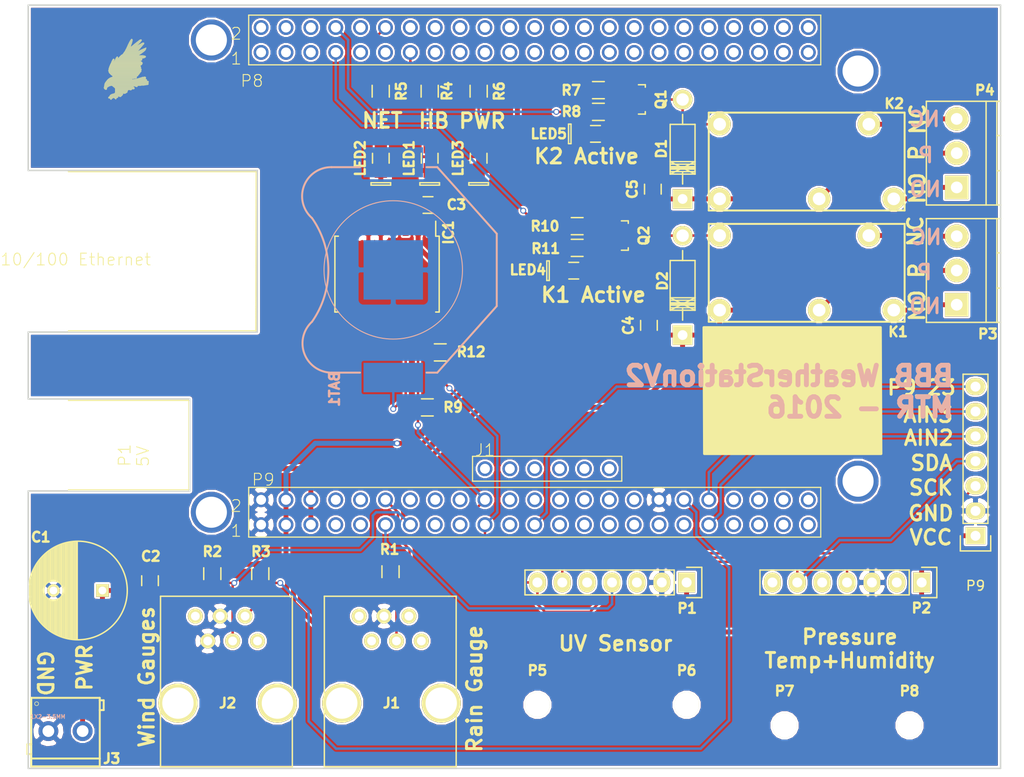
<source format=kicad_pcb>
(kicad_pcb (version 4) (host pcbnew 4.0.2-stable)
  (title_block (title CompressorMonCapeV1))
  (layers (0 Top signal) (31 Bottom signal) (34 B.Paste user) (35 F.Paste user) (36 B.SilkS user) (37 F.SilkS user) (38 B.Mask user) (39 F.Mask user) (44 Edge.Cuts user))
  (net 0 "")
  (net 1 +5V)
  (net 2 GND)
  (net 3 +3V3)
  (net 4 /K1_P)
  (net 5 /K1_NO)
  (net 6 /K1_NC)
  (net 7 /K2_P)
  (net 8 /K2_NO)
  (net 9 /K2_NC)
  (net 10 "Net-(BAT1-Pad1)")
  (net 11 "Net-(LED1-Pad2)")
  (net 12 "Net-(LED2-Pad2)")
  (net 13 "Net-(LED3-Pad2)")
  (net 14 /RELAY1)
  (net 15 /RELAY2)
  (net 16 /NET_LED)
  (net 17 /HB_LED)
  (net 18 /RAIN_SW)
  (net 19 /WIND_SP)
  (net 20 /WIND_DIR)
  (net 21 /UV_Int)
  (net 22 /I2C_SCK)
  (net 23 /I2C_SDA)
  (net 24 "Net-(D1-Pad2)")
  (net 25 "Net-(D2-Pad2)")
  (net 26 "Net-(Q1-Pad1)")
  (net 27 "Net-(Q2-Pad1)")
  (net 28 "Net-(LED5-Pad2)")
  (net 29 "Net-(LED4-Pad2)")
  (net 30 /AIN2)
  (net 31 /AIN3)
  (net 32 /P9_23)
  (module mogar_modules_new:RELAY-TE-1FORMC (layer Top) (at 123.5 87.99 270)
    (fp_text reference K2 (at -5.92 -8.94 360) (layer F.SilkS) (effects (font (thickness 0.25))))
    (fp_text value PB890-ND hide)
    (pad 1 thru_hole circle (at -3.81 8.89 270) (size 2.286 2.286) (drill 1.29794) (layers *.Cu *.Mask F.SilkS) (net 24 "Net-(D1-Pad2)"))
    (pad 2 thru_hole circle (at 3.81 -1.27 270) (size 2.286 2.286) (drill 1.29794) (layers *.Cu *.Mask F.SilkS) (net 7 /K2_P))
    (pad 3 thru_hole circle (at 3.81 -8.89 270) (size 2.286 2.286) (drill 1.29794) (layers *.Cu *.Mask F.SilkS) (net 8 /K2_NO))
    (pad 4 thru_hole circle (at -3.81 -6.35 270) (size 2.286 2.286) (drill 1.29794) (layers *.Cu *.Mask F.SilkS) (net 9 /K2_NC))
    (pad 5 thru_hole circle (at 3.81 8.89 270) (size 2.286 2.286) (drill 1.29794) (layers *.Cu *.Mask F.SilkS) (net 1 +5V))
  )
  (module Resistors_SMD:R_0805 (layer Top) (at 62.8 130.1 90)
    (fp_text reference R2 (at 2.25 0.01 180) (layer F.SilkS) (effects (font (thickness 0.25))))
    (fp_text value 10k)
    (pad 1 smd rect (at -0.95 0 90) (size 0.7 1.3) (layers Top F.Paste F.Mask) (net 19 /WIND_SP))
    (pad 2 smd rect (at 0.95 0 90) (size 0.7 1.3) (layers Top F.Paste F.Mask) (net 3 +3V3))
  )
  (module Resistors_SMD:R_0805 (layer Top) (at 67.7 130.1 90)
    (fp_text reference R3 (at 2.25 0.07 180) (layer F.SilkS) (effects (font (thickness 0.25))))
    (fp_text value 10k)
    (pad 1 smd rect (at -0.95 0 90) (size 0.7 1.3) (layers Top F.Paste F.Mask) (net 20 /WIND_DIR))
    (pad 2 smd rect (at 0.95 0 90) (size 0.7 1.3) (layers Top F.Paste F.Mask) (net 3 +3V3))
  )
  (module Resistors_SMD:R_0805 (layer Top) (at 85 80.8 270)
    (fp_text reference R4 (at -0.01 -1.77 270) (layer F.SilkS) (effects (font (thickness 0.25))))
    (fp_text value 1k)
    (pad 1 smd rect (at -0.95 0 270) (size 0.7 1.3) (layers Top F.Paste F.Mask) (net 17 /HB_LED))
    (pad 2 smd rect (at 0.95 0 270) (size 0.7 1.3) (layers Top F.Paste F.Mask) (net 11 "Net-(LED1-Pad2)"))
  )
  (module Housings_SOIC:SOIC-16_7.5x10.3mm_Pitch1.27mm (layer Top) (at 80.645 99.49 270)
    (fp_text reference IC1 (at -4.2534 -6.2761 270) (layer F.SilkS) (effects (font (thickness 0.25))))
    (fp_text value DS3231/SO)
    (pad 1 smd rect (at -4.65 -4.445 270) (size 1.5 0.6) (layers Top F.Paste F.Mask))
    (pad 2 smd rect (at -4.65 -3.175 270) (size 1.5 0.6) (layers Top F.Paste F.Mask) (net 3 +3V3))
    (pad 3 smd rect (at -4.65 -1.905 270) (size 1.5 0.6) (layers Top F.Paste F.Mask))
    (pad 4 smd rect (at -4.65 -0.635 270) (size 1.5 0.6) (layers Top F.Paste F.Mask))
    (pad 5 smd rect (at -4.65 0.635 270) (size 1.5 0.6) (layers Top F.Paste F.Mask) (net 2 GND))
    (pad 6 smd rect (at -4.65 1.905 270) (size 1.5 0.6) (layers Top F.Paste F.Mask) (net 2 GND))
    (pad 7 smd rect (at -4.65 3.175 270) (size 1.5 0.6) (layers Top F.Paste F.Mask) (net 2 GND))
    (pad 8 smd rect (at -4.65 4.445 270) (size 1.5 0.6) (layers Top F.Paste F.Mask) (net 2 GND))
    (pad 9 smd rect (at 4.65 4.445 270) (size 1.5 0.6) (layers Top F.Paste F.Mask) (net 2 GND))
    (pad 10 smd rect (at 4.65 3.175 270) (size 1.5 0.6) (layers Top F.Paste F.Mask) (net 2 GND))
    (pad 11 smd rect (at 4.65 1.905 270) (size 1.5 0.6) (layers Top F.Paste F.Mask) (net 2 GND))
    (pad 12 smd rect (at 4.65 0.635 270) (size 1.5 0.6) (layers Top F.Paste F.Mask) (net 2 GND))
    (pad 13 smd rect (at 4.65 -0.635 270) (size 1.5 0.6) (layers Top F.Paste F.Mask) (net 2 GND))
    (pad 14 smd rect (at 4.65 -1.905 270) (size 1.5 0.6) (layers Top F.Paste F.Mask) (net 10 "Net-(BAT1-Pad1)"))
    (pad 15 smd rect (at 4.65 -3.175 270) (size 1.5 0.6) (layers Top F.Paste F.Mask) (net 23 /I2C_SDA))
    (pad 16 smd rect (at 4.65 -4.445 270) (size 1.5 0.6) (layers Top F.Paste F.Mask) (net 22 /I2C_SCK))
  )
  (module Resistors_SMD:R_0805 (layer Top) (at 81 129.9 90)
    (fp_text reference R1 (at 2.27 -0.09 180) (layer F.SilkS) (effects (font (thickness 0.25))))
    (fp_text value 2.2k)
    (pad 1 smd rect (at -0.95 0 90) (size 0.7 1.3) (layers Top F.Paste F.Mask) (net 18 /RAIN_SW))
    (pad 2 smd rect (at 0.95 0 90) (size 0.7 1.3) (layers Top F.Paste F.Mask) (net 3 +3V3))
  )
  (module mogar_modules_new:BATTCON_20MM (layer Bottom) (at 81.28 99.06 270)
    (fp_text reference BAT1 (at 12.18 6 270) (layer B.SilkS) (effects (font (thickness 0.25)) (justify mirror)))
    (fp_text value ~ hide)
    (pad 3 smd rect (at -11 0 270) (size 3.06806 6.06806) (layers Bottom B.Paste B.Mask))
    (pad 2 smd rect (at 0 0 270) (size 6.06806 6.06806) (layers Bottom B.Paste B.Mask) (net 2 GND))
    (pad 1 smd rect (at 11 0 270) (size 3 6.06806) (layers Bottom B.Paste B.Mask) (net 10 "Net-(BAT1-Pad1)"))
  )
  (module mogar_modules_new:RELAY-TE-1FORMC (layer Top) (at 123.5 99.36 270)
    (fp_text reference K1 (at 6.03 -9.33 360) (layer F.SilkS) (effects (font (thickness 0.25))))
    (fp_text value PB890-ND hide)
    (pad 1 thru_hole circle (at -3.81 8.89 270) (size 2.286 2.286) (drill 1.29794) (layers *.Cu *.Mask F.SilkS) (net 25 "Net-(D2-Pad2)"))
    (pad 2 thru_hole circle (at 3.81 -1.27 270) (size 2.286 2.286) (drill 1.29794) (layers *.Cu *.Mask F.SilkS) (net 4 /K1_P))
    (pad 3 thru_hole circle (at 3.81 -8.89 270) (size 2.286 2.286) (drill 1.29794) (layers *.Cu *.Mask F.SilkS) (net 5 /K1_NO))
    (pad 4 thru_hole circle (at -3.81 -6.35 270) (size 2.286 2.286) (drill 1.29794) (layers *.Cu *.Mask F.SilkS) (net 6 /K1_NC))
    (pad 5 thru_hole circle (at 3.81 8.89 270) (size 2.286 2.286) (drill 1.29794) (layers *.Cu *.Mask F.SilkS) (net 1 +5V))
  )
  (module Pin_Headers:Pin_Header_Straight_1x07 (layer Top) (at 111.24 131 270)
    (fp_text reference P1 (at 2.65 -0.05 360) (layer F.SilkS) (effects (font (thickness 0.25))))
    (fp_text value CONN_01X07)
    (pad 1 thru_hole rect (at 0 0 270) (size 2.032 1.7272) (drill 1.016) (layers *.Cu *.Mask F.SilkS) (net 3 +3V3))
    (pad 2 thru_hole oval (at 0 2.54 270) (size 2.032 1.7272) (drill 1.016) (layers *.Cu *.Mask F.SilkS) (net 2 GND))
    (pad 3 thru_hole oval (at 0 5.08 270) (size 2.032 1.7272) (drill 1.016) (layers *.Cu *.Mask F.SilkS))
    (pad 4 thru_hole oval (at 0 7.62 270) (size 2.032 1.7272) (drill 1.016) (layers *.Cu *.Mask F.SilkS) (net 21 /UV_Int))
    (pad 5 thru_hole oval (at 0 10.16 270) (size 2.032 1.7272) (drill 1.016) (layers *.Cu *.Mask F.SilkS))
    (pad 6 thru_hole oval (at 0 12.7 270) (size 2.032 1.7272) (drill 1.016) (layers *.Cu *.Mask F.SilkS) (net 22 /I2C_SCK))
    (pad 7 thru_hole oval (at 0 15.24 270) (size 2.032 1.7272) (drill 1.016) (layers *.Cu *.Mask F.SilkS) (net 23 /I2C_SDA))
  )
  (module Pin_Headers:Pin_Header_Straight_1x07 (layer Top) (at 135.24 131 270)
    (fp_text reference P2 (at 2.62 0.02 360) (layer F.SilkS) (effects (font (thickness 0.25))))
    (fp_text value CONN_01X07)
    (pad 1 thru_hole rect (at 0 0 270) (size 2.032 1.7272) (drill 1.016) (layers *.Cu *.Mask F.SilkS) (net 3 +3V3))
    (pad 2 thru_hole oval (at 0 2.54 270) (size 2.032 1.7272) (drill 1.016) (layers *.Cu *.Mask F.SilkS))
    (pad 3 thru_hole oval (at 0 5.08 270) (size 2.032 1.7272) (drill 1.016) (layers *.Cu *.Mask F.SilkS) (net 2 GND))
    (pad 4 thru_hole oval (at 0 7.62 270) (size 2.032 1.7272) (drill 1.016) (layers *.Cu *.Mask F.SilkS) (net 22 /I2C_SCK))
    (pad 5 thru_hole oval (at 0 10.16 270) (size 2.032 1.7272) (drill 1.016) (layers *.Cu *.Mask F.SilkS))
    (pad 6 thru_hole oval (at 0 12.7 270) (size 2.032 1.7272) (drill 1.016) (layers *.Cu *.Mask F.SilkS) (net 23 /I2C_SDA))
    (pad 7 thru_hole oval (at 0 15.24 270) (size 2.032 1.7272) (drill 1.016) (layers *.Cu *.Mask F.SilkS))
  )
  (module Terminal_Blocks:TerminalBlock_Pheonix_PT-3.5mm_3pol (layer Top) (at 138.82 102.62 90)
    (fp_text reference P3 (at -2.99 3.18 180) (layer F.SilkS) (effects (font (thickness 0.25))))
    (fp_text value CONN_01X03)
    (pad 2 thru_hole circle (at 3.5 0 90) (size 2.4 2.4) (drill 1.2) (layers *.Cu *.Mask F.SilkS) (net 4 /K1_P))
    (pad 3 thru_hole circle (at 7 0 90) (size 2.4 2.4) (drill 1.2) (layers *.Cu *.Mask F.SilkS) (net 6 /K1_NC))
    (pad 1 thru_hole rect (at 0 0 90) (size 2.4 2.4) (drill 1.2) (layers *.Cu *.Mask F.SilkS) (net 5 /K1_NO))
  )
  (module Terminal_Blocks:TerminalBlock_Pheonix_PT-3.5mm_3pol (layer Top) (at 138.82 90.63 90)
    (fp_text reference P4 (at 9.93 2.87 180) (layer F.SilkS) (effects (font (thickness 0.25))))
    (fp_text value CONN_01X03)
    (pad 2 thru_hole circle (at 3.5 0 90) (size 2.4 2.4) (drill 1.2) (layers *.Cu *.Mask F.SilkS) (net 7 /K2_P))
    (pad 3 thru_hole circle (at 7 0 90) (size 2.4 2.4) (drill 1.2) (layers *.Cu *.Mask F.SilkS) (net 9 /K2_NC))
    (pad 1 thru_hole rect (at 0 0 90) (size 2.4 2.4) (drill 1.2) (layers *.Cu *.Mask F.SilkS) (net 8 /K2_NO))
  )
  (module Capacitors_ThroughHole:C_Radial_D10_L16_P5 (layer Top) (at 51.58 131.82 180)
    (fp_text reference C1 (at 6.29 5.45 180) (layer F.SilkS) (effects (font (thickness 0.25))))
    (fp_text value 470u)
    (pad 1 thru_hole rect (at 0 0 180) (size 1.3 1.3) (drill 0.8) (layers *.Cu *.Mask F.SilkS) (net 1 +5V))
    (pad 2 thru_hole circle (at 5 0 180) (size 1.3 1.3) (drill 0.8) (layers *.Cu *.Mask F.SilkS) (net 2 GND))
  )
  (module Capacitors_SMD:C_0805 (layer Top) (at 84.83 92.43)
    (fp_text reference C3 (at 2.9 -0.03) (layer F.SilkS) (effects (font (thickness 0.25))))
    (fp_text value 1u)
    (pad 1 smd rect (at -1 0) (size 1 1.25) (layers Top F.Paste F.Mask) (net 3 +3V3))
    (pad 2 smd rect (at 1 0) (size 1 1.25) (layers Top F.Paste F.Mask) (net 2 GND))
  )
  (module Capacitors_SMD:C_0805 (layer Top) (at 107.39 104.73 90)
    (fp_text reference C4 (at 0 -2.1 90) (layer F.SilkS) (effects (font (thickness 0.25))))
    (fp_text value 1u)
    (pad 1 smd rect (at -1 0 90) (size 1 1.25) (layers Top F.Paste F.Mask) (net 1 +5V))
    (pad 2 smd rect (at 1 0 90) (size 1 1.25) (layers Top F.Paste F.Mask) (net 2 GND))
  )
  (module Capacitors_SMD:C_0805 (layer Top) (at 107.79 90.81 90)
    (fp_text reference C5 (at 0 -2.1 90) (layer F.SilkS) (effects (font (thickness 0.25))))
    (fp_text value 1u)
    (pad 1 smd rect (at -1 0 90) (size 1 1.25) (layers Top F.Paste F.Mask) (net 1 +5V))
    (pad 2 smd rect (at 1 0 90) (size 1 1.25) (layers Top F.Paste F.Mask) (net 2 GND))
  )
  (module Diodes_ThroughHole:Diode_DO-41_SOD81_Horizontal_RM10 (layer Top) (at 110.83 91.81 90)
    (fp_text reference D1 (at 5.13 -2.17 90) (layer F.SilkS) (effects (font (thickness 0.25))))
    (fp_text value 1N4004)
    (pad 2 thru_hole circle (at 10.16 -0.00254 270) (size 1.99898 1.99898) (drill 1.27) (layers *.Cu *.Mask F.SilkS) (net 24 "Net-(D1-Pad2)"))
    (pad 1 thru_hole rect (at 0 -0.00254 270) (size 1.99898 1.99898) (drill 1.00076) (layers *.Cu *.Mask F.SilkS) (net 1 +5V))
  )
  (module Diodes_ThroughHole:Diode_DO-41_SOD81_Horizontal_RM10 (layer Top) (at 110.83 105.72 90)
    (fp_text reference D2 (at 5.53 -2.06 90) (layer F.SilkS) (effects (font (thickness 0.25))))
    (fp_text value 1n4004)
    (pad 2 thru_hole circle (at 10.16 -0.00254 270) (size 1.99898 1.99898) (drill 1.27) (layers *.Cu *.Mask F.SilkS) (net 25 "Net-(D2-Pad2)"))
    (pad 1 thru_hole rect (at 0 -0.00254 270) (size 1.99898 1.99898) (drill 1.00076) (layers *.Cu *.Mask F.SilkS) (net 1 +5V))
  )
  (module SparkFun:SparkFun-SCREWTERMINAL-3.5MM-2 (layer Top) (at 46.06 146.19)
    (fp_text reference J3 (at 6.47 2.81) (layer F.SilkS) (effects (font (thickness 0.25))))
    (fp_text value 1X2-3.5MM (at -0.0508 -1.4732) (layer B.SilkS) (effects (font (size 0.4064 0.4064) (thickness 0.0889))))
    (pad 2 thru_hole circle (at 3.49758 0) (size 2.032 2.032) (drill 1.19888) (layers *.Cu *.Mask F.Paste) (net 1 +5V))
    (pad 1 thru_hole circle (at 0 0) (size 2.032 2.032) (drill 1.19888) (layers *.Cu *.Mask F.Paste) (net 2 GND))
  )
  (module TO_SOT_Packages_SMD:SOT-23 (layer Top) (at 106.37 81.64 270)
    (fp_text reference Q1 (at 0 -2.25 270) (layer F.SilkS) (effects (font (thickness 0.25))))
    (fp_text value MMBT3904)
    (pad 1 smd rect (at -0.95 1.00076 270) (size 0.8001 0.8001) (layers Top F.Paste F.Mask) (net 26 "Net-(Q1-Pad1)"))
    (pad 2 smd rect (at 0.95 1.00076 270) (size 0.8001 0.8001) (layers Top F.Paste F.Mask) (net 2 GND))
    (pad 3 smd rect (at 0 -0.99822 270) (size 0.8001 0.8001) (layers Top F.Paste F.Mask) (net 24 "Net-(D1-Pad2)"))
  )
  (module TO_SOT_Packages_SMD:SOT-23 (layer Top) (at 104.63 95.55 270)
    (fp_text reference Q2 (at 0 -2.25 270) (layer F.SilkS) (effects (font (thickness 0.25))))
    (fp_text value MMBT3904)
    (pad 1 smd rect (at -0.95 1.00076 270) (size 0.8001 0.8001) (layers Top F.Paste F.Mask) (net 27 "Net-(Q2-Pad1)"))
    (pad 2 smd rect (at 0.95 1.00076 270) (size 0.8001 0.8001) (layers Top F.Paste F.Mask) (net 2 GND))
    (pad 3 smd rect (at 0 -0.99822 270) (size 0.8001 0.8001) (layers Top F.Paste F.Mask) (net 25 "Net-(D2-Pad2)"))
  )
  (module Resistors_SMD:R_0805 (layer Top) (at 80 80.8 270)
    (fp_text reference R5 (at 0 -2.1 270) (layer F.SilkS) (effects (font (thickness 0.25))))
    (fp_text value 1k)
    (pad 1 smd rect (at -0.95 0 270) (size 0.7 1.3) (layers Top F.Paste F.Mask) (net 16 /NET_LED))
    (pad 2 smd rect (at 0.95 0 270) (size 0.7 1.3) (layers Top F.Paste F.Mask) (net 12 "Net-(LED2-Pad2)"))
  )
  (module Resistors_SMD:R_0805 (layer Top) (at 90 80.8 270)
    (fp_text reference R6 (at 0 -2.1 270) (layer F.SilkS) (effects (font (thickness 0.25))))
    (fp_text value 1k)
    (pad 1 smd rect (at -0.95 0 270) (size 0.7 1.3) (layers Top F.Paste F.Mask) (net 1 +5V))
    (pad 2 smd rect (at 0.95 0 270) (size 0.7 1.3) (layers Top F.Paste F.Mask) (net 13 "Net-(LED3-Pad2)"))
  )
  (module Resistors_SMD:R_0805 (layer Top) (at 102.23 80.69)
    (fp_text reference R7 (at -2.78 0.02) (layer F.SilkS) (effects (font (thickness 0.25))))
    (fp_text value 1k)
    (pad 1 smd rect (at -0.95 0) (size 0.7 1.3) (layers Top F.Paste F.Mask) (net 15 /RELAY2))
    (pad 2 smd rect (at 0.95 0) (size 0.7 1.3) (layers Top F.Paste F.Mask) (net 26 "Net-(Q1-Pad1)"))
  )
  (module Resistors_SMD:R_0805 (layer Top) (at 102.23 82.91)
    (fp_text reference R8 (at -2.76 -0.02) (layer F.SilkS) (effects (font (thickness 0.25))))
    (fp_text value 1k)
    (pad 1 smd rect (at -0.95 0) (size 0.7 1.3) (layers Top F.Paste F.Mask) (net 15 /RELAY2))
    (pad 2 smd rect (at 0.95 0) (size 0.7 1.3) (layers Top F.Paste F.Mask) (net 28 "Net-(LED5-Pad2)"))
  )
  (module Resistors_SMD:R_0805 (layer Top) (at 84.76 113.11)
    (fp_text reference R9 (at 2.63 -0.01) (layer F.SilkS) (effects (font (thickness 0.25))))
    (fp_text value 2.2k)
    (pad 1 smd rect (at -0.95 0) (size 0.7 1.3) (layers Top F.Paste F.Mask) (net 23 /I2C_SDA))
    (pad 2 smd rect (at 0.95 0) (size 0.7 1.3) (layers Top F.Paste F.Mask) (net 3 +3V3))
  )
  (module Resistors_SMD:R_0805 (layer Top) (at 100.06 94.59)
    (fp_text reference R10 (at -3.29 0.01) (layer F.SilkS) (effects (font (thickness 0.25))))
    (fp_text value 1k)
    (pad 1 smd rect (at -0.95 0) (size 0.7 1.3) (layers Top F.Paste F.Mask) (net 14 /RELAY1))
    (pad 2 smd rect (at 0.95 0) (size 0.7 1.3) (layers Top F.Paste F.Mask) (net 27 "Net-(Q2-Pad1)"))
  )
  (module Resistors_SMD:R_0805 (layer Top) (at 100.06 96.81)
    (fp_text reference R11 (at -3.21 0.08) (layer F.SilkS) (effects (font (thickness 0.25))))
    (fp_text value 1k)
    (pad 1 smd rect (at -0.95 0) (size 0.7 1.3) (layers Top F.Paste F.Mask) (net 14 /RELAY1))
    (pad 2 smd rect (at 0.95 0) (size 0.7 1.3) (layers Top F.Paste F.Mask) (net 29 "Net-(LED4-Pad2)"))
  )
  (module Resistors_SMD:R_0805 (layer Top) (at 86.08 107.49)
    (fp_text reference R12 (at 3.15 -0.05) (layer F.SilkS) (effects (font (thickness 0.25))))
    (fp_text value 2.2k)
    (pad 1 smd rect (at -0.95 0) (size 0.7 1.3) (layers Top F.Paste F.Mask) (net 22 /I2C_SCK))
    (pad 2 smd rect (at 0.95 0) (size 0.7 1.3) (layers Top F.Paste F.Mask) (net 3 +3V3))
  )
  (module Mounting_Holes:MountingHole_2.5mm (layer Top) (at 96 143.5)
    (fp_text reference P5 (at 0 -3.5) (layer F.SilkS) (effects (font (thickness 0.25))))
    (fp_text value CONN_01X01)
    (pad 1 np_thru_hole circle (at 0 0) (size 2.5 2.5) (drill 2.5) (layers *.Cu *.Mask F.SilkS))
  )
  (module Mounting_Holes:MountingHole_2.5mm (layer Top) (at 111.24 143.5)
    (fp_text reference P6 (at 0 -3.5) (layer F.SilkS) (effects (font (thickness 0.25))))
    (fp_text value CONN_01X01)
    (pad 1 np_thru_hole circle (at 0 0) (size 2.5 2.5) (drill 2.5) (layers *.Cu *.Mask F.SilkS))
  )
  (module Mounting_Holes:MountingHole_2.5mm (layer Top) (at 121.24 145.6)
    (fp_text reference P7 (at 0 -3.5) (layer F.SilkS) (effects (font (thickness 0.25))))
    (fp_text value CONN_01X01)
    (pad 1 np_thru_hole circle (at 0 0) (size 2.5 2.5) (drill 2.5) (layers *.Cu *.Mask F.SilkS))
  )
  (module Mounting_Holes:MountingHole_2.5mm (layer Top) (at 134 145.6)
    (fp_text reference P8 (at 0 -3.5) (layer F.SilkS) (effects (font (thickness 0.25))))
    (fp_text value CONN_01X01)
    (pad 1 np_thru_hole circle (at 0 0) (size 2.5 2.5) (drill 2.5) (layers *.Cu *.Mask F.SilkS))
  )
  (module Capacitors_SMD:C_0805 (layer Top) (at 56.44 130.82 90)
    (fp_text reference C2 (at 2.49 0.08 180) (layer F.SilkS) (effects (font (thickness 0.25))))
    (fp_text value 10u)
    (pad 1 smd rect (at -1 0 90) (size 1 1.25) (layers Top F.Paste F.Mask) (net 1 +5V))
    (pad 2 smd rect (at 1 0 90) (size 1 1.25) (layers Top F.Paste F.Mask) (net 2 GND))
  )
  (module mogar_modules_new:0805P-HandSoldering (layer Top) (at 85 87.65 90)
    (fp_text reference LED1 (at 0 -2.1 90) (layer F.SilkS) (effects (font (thickness 0.25))))
    (fp_text value LED)
    (pad 1 smd rect (at -1.25 0 90) (size 1.5 1.25) (layers Top F.Paste F.Mask) (net 2 GND))
    (pad 2 smd rect (at 1.25 0 90) (size 1.5 1.25) (layers Top F.Paste F.Mask) (net 11 "Net-(LED1-Pad2)"))
  )
  (module mogar_modules_new:0805P-HandSoldering (layer Top) (at 80.01 87.65 90)
    (fp_text reference LED2 (at 0 -2.1 90) (layer F.SilkS) (effects (font (thickness 0.25))))
    (fp_text value LED)
    (pad 1 smd rect (at -1.25 0 90) (size 1.5 1.25) (layers Top F.Paste F.Mask) (net 2 GND))
    (pad 2 smd rect (at 1.25 0 90) (size 1.5 1.25) (layers Top F.Paste F.Mask) (net 12 "Net-(LED2-Pad2)"))
  )
  (module mogar_modules_new:0805P-HandSoldering (layer Top) (at 90 87.65 90)
    (fp_text reference LED3 (at 0 -2.1 90) (layer F.SilkS) (effects (font (thickness 0.25))))
    (fp_text value LED)
    (pad 1 smd rect (at -1.25 0 90) (size 1.5 1.25) (layers Top F.Paste F.Mask) (net 2 GND))
    (pad 2 smd rect (at 1.25 0 90) (size 1.5 1.25) (layers Top F.Paste F.Mask) (net 13 "Net-(LED3-Pad2)"))
  )
  (module mogar_modules_new:0805P-HandSoldering (layer Top) (at 99.71 99.14)
    (fp_text reference LED4 (at -4.69 -0.08) (layer F.SilkS) (effects (font (thickness 0.25))))
    (fp_text value LED)
    (pad 1 smd rect (at -1.25 0) (size 1.5 1.25) (layers Top F.Paste F.Mask) (net 2 GND))
    (pad 2 smd rect (at 1.25 0) (size 1.5 1.25) (layers Top F.Paste F.Mask) (net 29 "Net-(LED4-Pad2)"))
  )
  (module mogar_modules_new:0805P-HandSoldering (layer Top) (at 101.93 85.16)
    (fp_text reference LED5 (at -4.77 0) (layer F.SilkS) (effects (font (thickness 0.25))))
    (fp_text value LED)
    (pad 1 smd rect (at -1.25 0) (size 1.5 1.25) (layers Top F.Paste F.Mask) (net 2 GND))
    (pad 2 smd rect (at 1.25 0) (size 1.5 1.25) (layers Top F.Paste F.Mask) (net 28 "Net-(LED5-Pad2)"))
  )
  (module mogar_modules_new:RJ12-A-2014-1-4-R (layer Top) (at 81.1 143.33)
    (fp_text reference J1 (at 0 0) (layer F.SilkS) (effects (font (thickness 0.25))))
    (fp_text value A-2014-1-4-R)
    (pad 4 thru_hole circle (at 0.508 -6.35) (size 1.524 1.524) (drill 0.9) (layers *.Cu *.Mask F.SilkS) (net 18 /RAIN_SW))
    (pad 2 thru_hole circle (at -2.032 -6.35) (size 1.524 1.524) (drill 0.9) (layers *.Cu *.Mask F.SilkS))
    (pad 6 thru_hole circle (at 3.048 -6.35) (size 1.524 1.524) (drill 0.9) (layers *.Cu *.Mask F.SilkS))
    (pad 1 thru_hole circle (at -3.302 -8.89) (size 1.524 1.524) (drill 0.9) (layers *.Cu *.Mask F.SilkS))
    (pad 3 thru_hole circle (at -0.762 -8.89) (size 1.524 1.524) (drill 0.9) (layers *.Cu *.Mask F.SilkS) (net 2 GND))
    (pad 5 thru_hole circle (at 1.778 -8.89) (size 1.524 1.524) (drill 0.9) (layers *.Cu *.Mask F.SilkS))
    (pad 8 thru_hole circle (at 5.08 0) (size 4 4) (drill 3.2) (layers *.Cu *.Mask F.SilkS))
    (pad 7 thru_hole circle (at -5.08 0) (size 4 4) (drill 3.2) (layers *.Cu *.Mask F.SilkS))
  )
  (module mogar_modules_new:RJ12-A-2014-1-4-R (layer Top) (at 64.37 143.33)
    (fp_text reference J2 (at 0 0) (layer F.SilkS) (effects (font (thickness 0.25))))
    (fp_text value A-2014-1-4-R)
    (pad 4 thru_hole circle (at 0.508 -6.35) (size 1.524 1.524) (drill 0.9) (layers *.Cu *.Mask F.SilkS) (net 19 /WIND_SP))
    (pad 2 thru_hole circle (at -2.032 -6.35) (size 1.524 1.524) (drill 0.9) (layers *.Cu *.Mask F.SilkS) (net 2 GND))
    (pad 6 thru_hole circle (at 3.048 -6.35) (size 1.524 1.524) (drill 0.9) (layers *.Cu *.Mask F.SilkS))
    (pad 1 thru_hole circle (at -3.302 -8.89) (size 1.524 1.524) (drill 0.9) (layers *.Cu *.Mask F.SilkS))
    (pad 3 thru_hole circle (at -0.762 -8.89) (size 1.524 1.524) (drill 0.9) (layers *.Cu *.Mask F.SilkS) (net 2 GND))
    (pad 5 thru_hole circle (at 1.778 -8.89) (size 1.524 1.524) (drill 0.9) (layers *.Cu *.Mask F.SilkS) (net 20 /WIND_DIR))
    (pad 8 thru_hole circle (at 5.08 0) (size 4 4) (drill 3.2) (layers *.Cu *.Mask F.SilkS))
    (pad 7 thru_hole circle (at -5.08 0) (size 4 4) (drill 3.2) (layers *.Cu *.Mask F.SilkS))
  )
  (module mogar_modules_new:BEAGLEBONE_BLACK (layer Top) (at 48.1 127)
    (fp_text reference PCB1 hide)
    (fp_text value E14_BEAGLEBONEBLACK_REVA_BEAGLEBONE_BLACK hide)
    (fp_text user P9 (at 19.9 -6.5) (layer F.SilkS) (effects (font (size 1.2065 1.2065) (thickness 0.1016))))
    (fp_text user P8 (at 18.75 -47.25) (layer F.SilkS) (effects (font (size 1.2065 1.2065) (thickness 0.1016))))
    (fp_text user J1 (at 42.545 -9.525) (layer F.SilkS) (effects (font (size 1.2065 1.2065) (thickness 0.1016))))
    (fp_text user 1 (at 17.145 -1.27) (layer F.SilkS) (effects (font (size 1.2065 1.2065) (thickness 0.1016))))
    (fp_text user 2 (at 17.145 -3.81) (layer F.SilkS) (effects (font (size 1.2065 1.2065) (thickness 0.1016))))
    (fp_text user 2 (at 17.145 -52.07) (layer F.SilkS) (effects (font (size 1.2065 1.2065) (thickness 0.1016))))
    (fp_text user 1 (at 17.145 -49.53) (layer F.SilkS) (effects (font (size 1.2065 1.2065) (thickness 0.1016))))
    (fp_text user "10/100 Ethernet" (at 0.75 -29 180) (layer F.SilkS) (effects (font (size 1.2065 1.2065) (thickness 0.1016))))
    (fp_text user P1 (at 5.75 -9 90) (layer F.SilkS) (effects (font (size 1.2065 1.2065) (thickness 0.1016))))
    (fp_text user 5V (at 7.62 -8.89 90) (layer F.SilkS) (effects (font (size 1.2065 1.2065) (thickness 0.1016))))
    (pad 8_1 thru_hole circle (at 19.685 -50.165) (size 1.524 1.524) (drill 1.016) (layers *.Cu *.Mask))
    (pad 8_2 thru_hole circle (at 19.685 -52.705) (size 1.524 1.524) (drill 1.016) (layers *.Cu *.Mask))
    (pad 8_3 thru_hole circle (at 22.225 -50.165) (size 1.524 1.524) (drill 1.016) (layers *.Cu *.Mask))
    (pad 8_4 thru_hole circle (at 22.225 -52.705) (size 1.524 1.524) (drill 1.016) (layers *.Cu *.Mask))
    (pad 8_5 thru_hole circle (at 24.765 -50.165) (size 1.524 1.524) (drill 1.016) (layers *.Cu *.Mask))
    (pad 8_6 thru_hole circle (at 24.765 -52.705) (size 1.524 1.524) (drill 1.016) (layers *.Cu *.Mask))
    (pad 8_7 thru_hole circle (at 27.305 -50.165) (size 1.524 1.524) (drill 1.016) (layers *.Cu *.Mask) (net 14 /RELAY1))
    (pad 8_8 thru_hole circle (at 27.305 -52.705) (size 1.524 1.524) (drill 1.016) (layers *.Cu *.Mask) (net 15 /RELAY2))
    (pad 8_9 thru_hole circle (at 29.845 -50.165) (size 1.524 1.524) (drill 1.016) (layers *.Cu *.Mask))
    (pad 8_10 thru_hole circle (at 29.845 -52.705) (size 1.524 1.524) (drill 1.016) (layers *.Cu *.Mask))
    (pad 8_11 thru_hole circle (at 32.385 -50.165) (size 1.524 1.524) (drill 1.016) (layers *.Cu *.Mask))
    (pad 8_12 thru_hole circle (at 32.385 -52.705) (size 1.524 1.524) (drill 1.016) (layers *.Cu *.Mask) (net 16 /NET_LED))
    (pad 8_13 thru_hole circle (at 34.925 -50.165) (size 1.524 1.524) (drill 1.016) (layers *.Cu *.Mask) (net 17 /HB_LED))
    (pad 8_14 thru_hole circle (at 34.925 -52.705) (size 1.524 1.524) (drill 1.016) (layers *.Cu *.Mask))
    (pad 8_15 thru_hole circle (at 37.465 -50.165) (size 1.524 1.524) (drill 1.016) (layers *.Cu *.Mask))
    (pad 8_16 thru_hole circle (at 37.465 -52.705) (size 1.524 1.524) (drill 1.016) (layers *.Cu *.Mask))
    (pad 8_17 thru_hole circle (at 40.005 -50.165) (size 1.524 1.524) (drill 1.016) (layers *.Cu *.Mask))
    (pad 8_18 thru_hole circle (at 40.005 -52.705) (size 1.524 1.524) (drill 1.016) (layers *.Cu *.Mask))
    (pad 8_19 thru_hole circle (at 42.545 -50.165) (size 1.524 1.524) (drill 1.016) (layers *.Cu *.Mask))
    (pad 8_20 thru_hole circle (at 42.545 -52.705) (size 1.524 1.524) (drill 1.016) (layers *.Cu *.Mask))
    (pad 8_21 thru_hole circle (at 45.085 -50.165) (size 1.524 1.524) (drill 1.016) (layers *.Cu *.Mask))
    (pad 8_22 thru_hole circle (at 45.085 -52.705) (size 1.524 1.524) (drill 1.016) (layers *.Cu *.Mask))
    (pad 8_23 thru_hole circle (at 47.625 -50.165) (size 1.524 1.524) (drill 1.016) (layers *.Cu *.Mask))
    (pad 8_24 thru_hole circle (at 47.625 -52.705) (size 1.524 1.524) (drill 1.016) (layers *.Cu *.Mask))
    (pad 8_25 thru_hole circle (at 50.165 -50.165) (size 1.524 1.524) (drill 1.016) (layers *.Cu *.Mask))
    (pad 8_26 thru_hole circle (at 50.165 -52.705) (size 1.524 1.524) (drill 1.016) (layers *.Cu *.Mask))
    (pad 8_27 thru_hole circle (at 52.705 -50.165) (size 1.524 1.524) (drill 1.016) (layers *.Cu *.Mask))
    (pad 8_28 thru_hole circle (at 52.705 -52.705) (size 1.524 1.524) (drill 1.016) (layers *.Cu *.Mask))
    (pad 8_29 thru_hole circle (at 55.245 -50.165) (size 1.524 1.524) (drill 1.016) (layers *.Cu *.Mask))
    (pad 8_30 thru_hole circle (at 55.245 -52.705) (size 1.524 1.524) (drill 1.016) (layers *.Cu *.Mask))
    (pad 8_31 thru_hole circle (at 57.785 -50.165) (size 1.524 1.524) (drill 1.016) (layers *.Cu *.Mask))
    (pad 8_32 thru_hole circle (at 57.785 -52.705) (size 1.524 1.524) (drill 1.016) (layers *.Cu *.Mask))
    (pad 8_33 thru_hole circle (at 60.325 -50.165) (size 1.524 1.524) (drill 1.016) (layers *.Cu *.Mask))
    (pad 8_34 thru_hole circle (at 60.325 -52.705) (size 1.524 1.524) (drill 1.016) (layers *.Cu *.Mask))
    (pad 8_35 thru_hole circle (at 62.865 -50.165) (size 1.524 1.524) (drill 1.016) (layers *.Cu *.Mask))
    (pad 8_36 thru_hole circle (at 62.865 -52.705) (size 1.524 1.524) (drill 1.016) (layers *.Cu *.Mask))
    (pad 8_37 thru_hole circle (at 65.405 -50.165) (size 1.524 1.524) (drill 1.016) (layers *.Cu *.Mask))
    (pad 8_38 thru_hole circle (at 65.405 -52.705) (size 1.524 1.524) (drill 1.016) (layers *.Cu *.Mask))
    (pad 8_39 thru_hole circle (at 67.945 -50.165) (size 1.524 1.524) (drill 1.016) (layers *.Cu *.Mask))
    (pad 8_40 thru_hole circle (at 67.945 -52.705) (size 1.524 1.524) (drill 1.016) (layers *.Cu *.Mask))
    (pad 8_41 thru_hole circle (at 70.485 -50.165) (size 1.524 1.524) (drill 1.016) (layers *.Cu *.Mask))
    (pad 8_42 thru_hole circle (at 70.485 -52.705) (size 1.524 1.524) (drill 1.016) (layers *.Cu *.Mask))
    (pad 8_43 thru_hole circle (at 73.025 -50.165) (size 1.524 1.524) (drill 1.016) (layers *.Cu *.Mask))
    (pad 8_44 thru_hole circle (at 73.025 -52.705) (size 1.524 1.524) (drill 1.016) (layers *.Cu *.Mask))
    (pad 8_45 thru_hole circle (at 75.565 -50.165) (size 1.524 1.524) (drill 1.016) (layers *.Cu *.Mask))
    (pad 8_46 thru_hole circle (at 75.565 -52.705) (size 1.524 1.524) (drill 1.016) (layers *.Cu *.Mask))
    (pad 9_1 thru_hole circle (at 19.685 -1.905) (size 1.524 1.524) (drill 1.016) (layers *.Cu *.Mask) (net 2 GND))
    (pad 9_2 thru_hole circle (at 19.685 -4.445) (size 1.524 1.524) (drill 1.016) (layers *.Cu *.Mask) (net 2 GND))
    (pad 9_3 thru_hole circle (at 22.225 -1.905) (size 1.524 1.524) (drill 1.016) (layers *.Cu *.Mask) (net 3 +3V3))
    (pad 9_4 thru_hole circle (at 22.225 -4.445) (size 1.524 1.524) (drill 1.016) (layers *.Cu *.Mask) (net 3 +3V3))
    (pad 9_5 thru_hole circle (at 24.765 -1.905) (size 1.524 1.524) (drill 1.016) (layers *.Cu *.Mask) (net 1 +5V))
    (pad 9_6 thru_hole circle (at 24.765 -4.445) (size 1.524 1.524) (drill 1.016) (layers *.Cu *.Mask) (net 1 +5V))
    (pad 9_7 thru_hole circle (at 27.305 -1.905) (size 1.524 1.524) (drill 1.016) (layers *.Cu *.Mask))
    (pad 9_8 thru_hole circle (at 27.305 -4.445) (size 1.524 1.524) (drill 1.016) (layers *.Cu *.Mask))
    (pad 9_9 thru_hole circle (at 29.845 -1.905) (size 1.524 1.524) (drill 1.016) (layers *.Cu *.Mask))
    (pad 9_10 thru_hole circle (at 29.845 -4.445) (size 1.524 1.524) (drill 1.016) (layers *.Cu *.Mask))
    (pad 9_11 thru_hole circle (at 32.385 -1.905) (size 1.524 1.524) (drill 1.016) (layers *.Cu *.Mask) (net 21 /UV_Int))
    (pad 9_12 thru_hole circle (at 32.385 -4.445) (size 1.524 1.524) (drill 1.016) (layers *.Cu *.Mask) (net 18 /RAIN_SW))
    (pad 9_13 thru_hole circle (at 34.925 -1.905) (size 1.524 1.524) (drill 1.016) (layers *.Cu *.Mask) (net 19 /WIND_SP))
    (pad 9_14 thru_hole circle (at 34.925 -4.445) (size 1.524 1.524) (drill 1.016) (layers *.Cu *.Mask))
    (pad 9_15 thru_hole circle (at 37.465 -1.905) (size 1.524 1.524) (drill 1.016) (layers *.Cu *.Mask))
    (pad 9_16 thru_hole circle (at 37.465 -4.445) (size 1.524 1.524) (drill 1.016) (layers *.Cu *.Mask))
    (pad 9_17 thru_hole circle (at 40.005 -1.905) (size 1.524 1.524) (drill 1.016) (layers *.Cu *.Mask))
    (pad 9_18 thru_hole circle (at 40.005 -4.445) (size 1.524 1.524) (drill 1.016) (layers *.Cu *.Mask))
    (pad 9_19 thru_hole circle (at 42.545 -1.905) (size 1.524 1.524) (drill 1.016) (layers *.Cu *.Mask) (net 22 /I2C_SCK))
    (pad 9_20 thru_hole circle (at 42.545 -4.445) (size 1.524 1.524) (drill 1.016) (layers *.Cu *.Mask) (net 23 /I2C_SDA))
    (pad 9_21 thru_hole circle (at 45.085 -1.905) (size 1.524 1.524) (drill 1.016) (layers *.Cu *.Mask))
    (pad 9_22 thru_hole circle (at 45.085 -4.445) (size 1.524 1.524) (drill 1.016) (layers *.Cu *.Mask))
    (pad 9_23 thru_hole circle (at 47.625 -1.905) (size 1.524 1.524) (drill 1.016) (layers *.Cu *.Mask) (net 32 /P9_23))
    (pad 9_24 thru_hole circle (at 47.625 -4.445) (size 1.524 1.524) (drill 1.016) (layers *.Cu *.Mask))
    (pad 9_25 thru_hole circle (at 50.165 -1.905) (size 1.524 1.524) (drill 1.016) (layers *.Cu *.Mask))
    (pad 9_26 thru_hole circle (at 50.165 -4.445) (size 1.524 1.524) (drill 1.016) (layers *.Cu *.Mask))
    (pad 9_27 thru_hole circle (at 52.705 -1.905) (size 1.524 1.524) (drill 1.016) (layers *.Cu *.Mask))
    (pad 9_28 thru_hole circle (at 52.705 -4.445) (size 1.524 1.524) (drill 1.016) (layers *.Cu *.Mask))
    (pad 9_29 thru_hole circle (at 55.245 -1.905) (size 1.524 1.524) (drill 1.016) (layers *.Cu *.Mask))
    (pad 9_30 thru_hole circle (at 55.245 -4.445) (size 1.524 1.524) (drill 1.016) (layers *.Cu *.Mask))
    (pad 9_31 thru_hole circle (at 57.785 -1.905) (size 1.524 1.524) (drill 1.016) (layers *.Cu *.Mask))
    (pad 9_32 thru_hole circle (at 57.785 -4.445) (size 1.524 1.524) (drill 1.016) (layers *.Cu *.Mask))
    (pad 9_33 thru_hole circle (at 60.325 -1.905) (size 1.524 1.524) (drill 1.016) (layers *.Cu *.Mask))
    (pad 9_34 thru_hole circle (at 60.325 -4.445) (size 1.524 1.524) (drill 1.016) (layers *.Cu *.Mask) (net 2 GND))
    (pad 9_35 thru_hole circle (at 62.865 -1.905) (size 1.524 1.524) (drill 1.016) (layers *.Cu *.Mask))
    (pad 9_36 thru_hole circle (at 62.865 -4.445) (size 1.524 1.524) (drill 1.016) (layers *.Cu *.Mask) (net 20 /WIND_DIR))
    (pad 9_37 thru_hole circle (at 65.405 -1.905) (size 1.524 1.524) (drill 1.016) (layers *.Cu *.Mask) (net 30 /AIN2))
    (pad 9_38 thru_hole circle (at 65.405 -4.445) (size 1.524 1.524) (drill 1.016) (layers *.Cu *.Mask) (net 31 /AIN3))
    (pad 9_39 thru_hole circle (at 67.945 -1.905) (size 1.524 1.524) (drill 1.016) (layers *.Cu *.Mask))
    (pad 9_40 thru_hole circle (at 67.945 -4.445) (size 1.524 1.524) (drill 1.016) (layers *.Cu *.Mask))
    (pad 9_41 thru_hole circle (at 70.485 -1.905) (size 1.524 1.524) (drill 1.016) (layers *.Cu *.Mask))
    (pad 9_42 thru_hole circle (at 70.485 -4.445) (size 1.524 1.524) (drill 1.016) (layers *.Cu *.Mask))
    (pad 9_43 thru_hole circle (at 73.025 -1.905) (size 1.524 1.524) (drill 1.016) (layers *.Cu *.Mask))
    (pad 9_44 thru_hole circle (at 73.025 -4.445) (size 1.524 1.524) (drill 1.016) (layers *.Cu *.Mask))
    (pad 9_45 thru_hole circle (at 75.565 -1.905) (size 1.524 1.524) (drill 1.016) (layers *.Cu *.Mask))
    (pad 9_46 thru_hole circle (at 75.565 -4.445) (size 1.524 1.524) (drill 1.016) (layers *.Cu *.Mask))
    (pad J1.1 thru_hole circle (at 42.545 -7.62) (size 1.524 1.524) (drill 1.016) (layers *.Cu *.Mask))
    (pad J1.2 thru_hole circle (at 45.085 -7.62) (size 1.524 1.524) (drill 1.016) (layers *.Cu *.Mask))
    (pad J1.3 thru_hole circle (at 47.625 -7.62) (size 1.524 1.524) (drill 1.016) (layers *.Cu *.Mask))
    (pad J1.4 thru_hole circle (at 50.165 -7.62) (size 1.524 1.524) (drill 1.016) (layers *.Cu *.Mask))
    (pad J1.5 thru_hole circle (at 52.705 -7.62) (size 1.524 1.524) (drill 1.016) (layers *.Cu *.Mask))
    (pad J1.6 thru_hole circle (at 55.245 -7.62) (size 1.524 1.524) (drill 1.016) (layers *.Cu *.Mask))
    (pad H1 thru_hole circle (at 14.605 -3.175) (size 4.191 4.191) (drill 3.175) (layers *.Cu *.Mask))
    (pad H2 thru_hole circle (at 80.645 -6.35) (size 4.191 4.191) (drill 3.175) (layers *.Cu *.Mask))
    (pad H3 thru_hole circle (at 80.645 -48.26) (size 4.191 4.191) (drill 3.175) (layers *.Cu *.Mask))
    (pad H4 thru_hole circle (at 14.605 -51.435) (size 4.191 4.191) (drill 3.175) (layers *.Cu *.Mask))
  )
  (module Pin_Headers:Pin_Header_Straight_1x07 (layer Top) (at 140.74 126.23 180)
    (fp_text reference P9 (at 0 -5.1 180) (layer F.SilkS))
    (fp_text value CONN_01X07)
    (pad 1 thru_hole rect (at 0 0 180) (size 2.032 1.7272) (drill 1.016) (layers *.Cu *.Mask F.SilkS) (net 3 +3V3))
    (pad 2 thru_hole oval (at 0 2.54 180) (size 2.032 1.7272) (drill 1.016) (layers *.Cu *.Mask F.SilkS) (net 2 GND))
    (pad 3 thru_hole oval (at 0 5.08 180) (size 2.032 1.7272) (drill 1.016) (layers *.Cu *.Mask F.SilkS) (net 22 /I2C_SCK))
    (pad 4 thru_hole oval (at 0 7.62 180) (size 2.032 1.7272) (drill 1.016) (layers *.Cu *.Mask F.SilkS) (net 23 /I2C_SDA))
    (pad 5 thru_hole oval (at 0 10.16 180) (size 2.032 1.7272) (drill 1.016) (layers *.Cu *.Mask F.SilkS) (net 30 /AIN2))
    (pad 6 thru_hole oval (at 0 12.7 180) (size 2.032 1.7272) (drill 1.016) (layers *.Cu *.Mask F.SilkS) (net 31 /AIN3))
    (pad 7 thru_hole oval (at 0 15.24 180) (size 2.032 1.7272) (drill 1.016) (layers *.Cu *.Mask F.SilkS) (net 32 /P9_23))
  )
  (gr_text P9_23 (at 135.23 111.09) (layer F.SilkS) (effects (font (size 1.5 1.5) (thickness 0.3))))
  (gr_text AIN3 (at 135.9 113.88) (layer F.SilkS) (effects (font (size 1.5 1.5) (thickness 0.3))))
  (gr_text AIN2 (at 135.96 116.23) (layer F.SilkS) (effects (font (size 1.5 1.5) (thickness 0.3))))
  (gr_text SDA (at 136.24 118.8) (layer F.SilkS) (effects (font (size 1.5 1.5) (thickness 0.3))))
  (gr_text SCK (at 136.18 121.32) (layer F.SilkS) (effects (font (size 1.5 1.5) (thickness 0.3))))
  (gr_text GND (at 136.18 123.94) (layer F.SilkS) (effects (font (size 1.5 1.5) (thickness 0.3))))
  (gr_text VCC (at 136.18 126.4) (layer F.SilkS) (effects (font (size 1.5 1.5) (thickness 0.3))))
  (gr_text NO (at 134.81 90.72 90) (layer F.SilkS) (effects (font (size 1.5 1.5) (thickness 0.3))))
  (gr_text NC (at 134.61 95.11 90) (layer F.SilkS) (effects (font (size 1.5 1.5) (thickness 0.3))))
  (gr_text P (at 134.73 99.13 90) (layer F.SilkS) (effects (font (size 1.5 1.5) (thickness 0.3))))
  (gr_text P (at 134.74 87.11 90) (layer F.SilkS) (effects (font (size 1.5 1.5) (thickness 0.3))))
  (gr_text NC (at 134.84 83.65 90) (layer F.SilkS) (effects (font (size 1.5 1.5) (thickness 0.3))))
  (gr_text NO (at 134.78 102.71 90) (layer F.SilkS) (effects (font (size 1.5 1.5) (thickness 0.3))))
  (gr_text NC (at 135.54 83.65) (layer B.SilkS) (effects (font (size 1.5 1.5) (thickness 0.3)) (justify mirror)))
  (gr_text NC (at 135.71 95.71) (layer B.SilkS) (effects (font (size 1.5 1.5) (thickness 0.3)) (justify mirror)))
  (gr_text P (at 135.65 87.34) (layer B.SilkS) (effects (font (size 1.5 1.5) (thickness 0.3)) (justify mirror)))
  (gr_text P (at 135.51 99.3) (layer B.SilkS) (effects (font (size 1.5 1.5) (thickness 0.3)) (justify mirror)))
  (gr_text NO (at 135.59 102.76) (layer B.SilkS) (effects (font (size 1.5 1.5) (thickness 0.3)) (justify mirror)))
  (gr_text "K2 Active" (at 95.5 87.45) (layer F.SilkS) (effects (font (size 1.5 1.5) (thickness 0.3)) (justify left)))
  (gr_text PWR (at 87.82 83.84) (layer F.SilkS) (effects (font (size 1.5 1.5) (thickness 0.3)) (justify left)))
  (gr_text "Rain Gauge" (at 89.58 148.53 90) (layer F.SilkS) (effects (font (size 1.5 1.5) (thickness 0.3)) (justify left)))
  (gr_text "Wind Gauges" (at 56.1 148.03 90) (layer F.SilkS) (effects (font (size 1.5 1.5) (thickness 0.3)) (justify left)))
  (gr_text "Pressure\nTemp+Humidity" (at 127.9 137.77) (layer F.SilkS) (effects (font (size 1.5 1.5) (thickness 0.3))))
  (gr_text "UV Sensor" (at 97.99 137.24) (layer F.SilkS) (effects (font (size 1.5 1.5) (thickness 0.3)) (justify left)))
  (gr_text NO (at 135.62 90.81) (layer B.SilkS) (effects (font (size 1.5 1.5) (thickness 0.3)) (justify mirror)))
  (gr_line (start 44 72) (end 44 88.9) (layer Edge.Cuts) (width 0.15))
  (gr_line (start 44 88.9) (end 67.4 88.9) (layer Edge.Cuts) (width 0.15))
  (gr_text "BBB WeatherStationV2\nMTR - 2016" (at 138.75 111.51) (layer B.SilkS) (effects (font (size 2 2) (thickness 0.5)) (justify left mirror)))
  (gr_text GND (at 45.71 137.8 270) (layer F.SilkS) (effects (font (size 1.5 1.5) (thickness 0.3)) (justify left)))
  (gr_text "K1 Active" (at 96.2 101.61) (layer F.SilkS) (effects (font (size 1.5 1.5) (thickness 0.3)) (justify left)))
  (gr_text NET (at 77.93 83.8) (layer F.SilkS) (effects (font (size 1.5 1.5) (thickness 0.3)) (justify left)))
  (gr_text PWR (at 49.76 142.24 90) (layer F.SilkS) (effects (font (size 1.5 1.5) (thickness 0.3)) (justify left)))
  (gr_text HB (at 83.7 83.82) (layer F.SilkS) (effects (font (size 1.5 1.5) (thickness 0.3)) (justify left)))
  (gr_line (start 44 150) (end 143.2961 150) (layer Edge.Cuts) (width 0.15))
  (gr_line (start 143.2961 150) (end 143.2961 72) (layer Edge.Cuts) (width 0.15))
  (gr_line (start 143.2961 72) (end 44 72) (layer Edge.Cuts) (width 0.15))
  (gr_line (start 67.4 88.9) (end 67.4 105.41) (layer Edge.Cuts) (width 0.15))
  (gr_line (start 67.4 105.41) (end 44 105.41) (layer Edge.Cuts) (width 0.15))
  (gr_line (start 44 105.41) (end 44 112.25) (layer Edge.Cuts) (width 0.15))
  (gr_line (start 44 112.25) (end 60.4921 112.25) (layer Edge.Cuts) (width 0.15))
  (gr_line (start 60.4921 112.25) (end 60.4921 121.65) (layer Edge.Cuts) (width 0.15))
  (gr_line (start 60.4921 121.65) (end 44 121.65) (layer Edge.Cuts) (width 0.15))
  (gr_line (start 44 121.65) (end 44 150) (layer Edge.Cuts) (width 0.15))
  (segment (start 90 79.85) (end 91.85 79.85) (width 0.5) (layer Top) (net 1))
  (segment (start 98.72 91.81) (end 107.79 91.81) (width 0.5) (layer Top) (net 1))
  (segment (start 93.96 87.05) (end 98.72 91.81) (width 0.5) (layer Top) (net 1))
  (segment (start 93.96 81.96) (end 93.96 87.05) (width 0.5) (layer Top) (net 1))
  (segment (start 91.85 79.85) (end 93.96 81.96) (width 0.5) (layer Top) (net 1))
  (segment (start 110.82746 105.72) (end 107.4 105.72) (width 0.5) (layer Top) (net 1))
  (segment (start 107.4 105.72) (end 107.39 105.73) (width 0.5) (layer Top) (net 1))
  (segment (start 110.82746 91.81) (end 107.79 91.81) (width 0.5) (layer Top) (net 1))
  (segment (start 114.61 91.8) (end 110.83746 91.8) (width 0.5) (layer Top) (net 1))
  (segment (start 110.83746 91.8) (end 110.82746 91.81) (width 0.5) (layer Top) (net 1))
  (segment (start 114.61 103.17) (end 116.32 103.17) (width 0.5) (layer Top) (net 1))
  (segment (start 116.64 91.8) (end 114.61 91.8) (width 0.5) (layer Top) (net 1))
  (segment (start 117.52 92.68) (end 116.64 91.8) (width 0.5) (layer Top) (net 1))
  (segment (start 117.52 101.97) (end 117.52 92.68) (width 0.5) (layer Top) (net 1))
  (segment (start 116.32 103.17) (end 117.52 101.97) (width 0.5) (layer Top) (net 1))
  (segment (start 110.82746 105.72) (end 113.69 105.72) (width 0.5) (layer Top) (net 1))
  (segment (start 114.61 104.8) (end 114.61 103.17) (width 0.5) (layer Top) (net 1))
  (segment (start 113.69 105.72) (end 114.61 104.8) (width 0.5) (layer Top) (net 1))
  (segment (start 72.865 120.14) (end 83.15 120.14) (width 0.5) (layer Top) (net 1))
  (segment (start 110.82746 108.44254) (end 110.82746 105.72) (width 0.5) (layer Top) (net 1))
  (segment (start 106.17 113.1) (end 110.82746 108.44254) (width 0.5) (layer Top) (net 1))
  (segment (start 90.19 113.1) (end 106.17 113.1) (width 0.5) (layer Top) (net 1))
  (segment (start 83.15 120.14) (end 90.19 113.1) (width 0.5) (layer Top) (net 1))
  (segment (start 72.865 122.555) (end 72.865 125.095) (width 0.5) (layer Top) (net 1))
  (segment (start 56.44 131.82) (end 58.15 131.82) (width 0.5) (layer Top) (net 1))
  (segment (start 72.865 120.115) (end 72.865 120.14) (width 0.5) (layer Top) (net 1))
  (segment (start 72.865 120.14) (end 72.865 122.555) (width 0.5) (layer Top) (net 1))
  (segment (start 72.11 119.36) (end 72.865 120.115) (width 0.5) (layer Top) (net 1))
  (segment (start 67.81 119.36) (end 72.11 119.36) (width 0.5) (layer Top) (net 1))
  (segment (start 65.83 121.34) (end 67.81 119.36) (width 0.5) (layer Top) (net 1))
  (segment (start 65.83 125.22) (end 65.83 121.34) (width 0.5) (layer Top) (net 1))
  (segment (start 63.98 127.07) (end 65.83 125.22) (width 0.5) (layer Top) (net 1))
  (segment (start 61.83 127.07) (end 63.98 127.07) (width 0.5) (layer Top) (net 1))
  (segment (start 60.18 128.72) (end 61.83 127.07) (width 0.5) (layer Top) (net 1))
  (segment (start 60.18 129.79) (end 60.18 128.72) (width 0.5) (layer Top) (net 1))
  (segment (start 58.15 131.82) (end 60.18 129.79) (width 0.5) (layer Top) (net 1))
  (segment (start 51.58 131.82) (end 56.44 131.82) (width 0.5) (layer Top) (net 1))
  (segment (start 49.55758 146.19) (end 49.55758 138.17242) (width 0.5) (layer Top) (net 1))
  (segment (start 51.58 136.15) (end 51.58 131.82) (width 0.5) (layer Top) (net 1))
  (segment (start 49.55758 138.17242) (end 51.58 136.15) (width 0.5) (layer Top) (net 1))
  (segment (start 135.24 131) (end 135.24 128.12) (width 0.5) (layer Top) (net 3))
  (segment (start 137.13 126.23) (end 140.74 126.23) (width 0.5) (layer Top) (net 3))
  (segment (start 135.24 128.12) (end 137.13 126.23) (width 0.5) (layer Top) (net 3))
  (segment (start 113.01 136.06) (end 90.63 136.06) (width 0.5) (layer Top) (net 3))
  (segment (start 71.09 133.06) (end 71.09 128.95) (width 0.5) (layer Top) (net 3))
  (segment (start 77.6 139.57) (end 71.09 133.06) (width 0.5) (layer Top) (net 3))
  (segment (start 87.12 139.57) (end 77.6 139.57) (width 0.5) (layer Top) (net 3))
  (segment (start 90.63 136.06) (end 87.12 139.57) (width 0.5) (layer Top) (net 3))
  (segment (start 111.24 131) (end 111.24 134.29) (width 0.5) (layer Top) (net 3))
  (segment (start 135.24 134.12) (end 135.24 131) (width 0.5) (layer Top) (net 3))
  (segment (start 133.3 136.06) (end 135.24 134.12) (width 0.5) (layer Top) (net 3))
  (segment (start 113.01 136.06) (end 133.3 136.06) (width 0.5) (layer Top) (net 3))
  (segment (start 111.24 134.29) (end 113.01 136.06) (width 0.5) (layer Top) (net 3))
  (segment (start 85.71 113.11) (end 86.69 113.11) (width 0.5) (layer Top) (net 3))
  (segment (start 88.35 107.49) (end 87.03 107.49) (width 0.5) (layer Top) (net 3))
  (segment (start 88.73 107.87) (end 88.35 107.49) (width 0.5) (layer Top) (net 3))
  (segment (start 88.73 111.07) (end 88.73 107.87) (width 0.5) (layer Top) (net 3))
  (segment (start 86.69 113.11) (end 88.73 111.07) (width 0.5) (layer Top) (net 3))
  (via (at 81.67 116.78) (size 0.6) (drill 0.4) (layers Top Bottom) (net 3))
  (segment (start 70.325 119.765) (end 73.31 116.78) (width 0.5) (layer Bottom) (net 3))
  (segment (start 73.31 116.78) (end 81.67 116.78) (width 0.5) (layer Bottom) (net 3))
  (segment (start 70.325 122.555) (end 70.325 119.765) (width 0.5) (layer Bottom) (net 3))
  (segment (start 85.71 115.37) (end 85.71 113.11) (width 0.5) (layer Top) (net 3))
  (segment (start 84.3 116.78) (end 85.71 115.37) (width 0.5) (layer Top) (net 3))
  (segment (start 81.67 116.78) (end 84.3 116.78) (width 0.5) (layer Top) (net 3))
  (segment (start 83.82 94.84) (end 83.82 96.7) (width 0.5) (layer Top) (net 3))
  (segment (start 83.82 96.7) (end 87.03 99.91) (width 0.5) (layer Top) (net 3))
  (segment (start 87.03 99.91) (end 87.03 107.49) (width 0.5) (layer Top) (net 3))
  (segment (start 70.325 122.555) (end 70.325 125.095) (width 0.5) (layer Top) (net 3))
  (segment (start 83.82 94.84) (end 83.83 94.83) (width 0.5) (layer Top) (net 3))
  (segment (start 83.83 94.83) (end 83.83 92.43) (width 0.5) (layer Top) (net 3))
  (segment (start 81 128.95) (end 71.09 128.95) (width 0.5) (layer Top) (net 3))
  (segment (start 71.09 128.95) (end 70.325 128.185) (width 0.5) (layer Top) (net 3))
  (segment (start 67.7 129.15) (end 69.47 129.15) (width 0.5) (layer Top) (net 3))
  (segment (start 70.325 128.295) (end 70.325 128.185) (width 0.5) (layer Top) (net 3))
  (segment (start 70.325 128.185) (end 70.325 125.095) (width 0.5) (layer Top) (net 3))
  (segment (start 69.47 129.15) (end 70.325 128.295) (width 0.5) (layer Top) (net 3))
  (segment (start 62.8 129.15) (end 67.7 129.15) (width 0.5) (layer Top) (net 3))
  (segment (start 124.77 103.17) (end 128.82 99.12) (width 0.5) (layer Top) (net 4))
  (segment (start 128.82 99.12) (end 138.82 99.12) (width 0.5) (layer Top) (net 4))
  (segment (start 132.39 103.17) (end 135.57 103.17) (width 0.5) (layer Top) (net 5))
  (segment (start 136.12 102.62) (end 138.82 102.62) (width 0.5) (layer Top) (net 5))
  (segment (start 135.57 103.17) (end 136.12 102.62) (width 0.5) (layer Top) (net 5))
  (segment (start 129.85 95.55) (end 134.83 95.55) (width 0.5) (layer Top) (net 6))
  (segment (start 134.9 95.62) (end 138.82 95.62) (width 0.5) (layer Top) (net 6))
  (segment (start 134.83 95.55) (end 134.9 95.62) (width 0.5) (layer Top) (net 6))
  (segment (start 124.77 91.8) (end 129.44 87.13) (width 0.5) (layer Top) (net 7))
  (segment (start 129.44 87.13) (end 138.82 87.13) (width 0.5) (layer Top) (net 7))
  (segment (start 132.39 91.8) (end 134.32 91.8) (width 0.5) (layer Top) (net 8))
  (segment (start 135.49 90.63) (end 138.82 90.63) (width 0.5) (layer Top) (net 8))
  (segment (start 134.32 91.8) (end 135.49 90.63) (width 0.5) (layer Top) (net 8))
  (segment (start 129.85 84.18) (end 134.08 84.18) (width 0.5) (layer Top) (net 9))
  (segment (start 134.63 83.63) (end 138.82 83.63) (width 0.5) (layer Top) (net 9))
  (segment (start 134.08 84.18) (end 134.63 83.63) (width 0.5) (layer Top) (net 9))
  (segment (start 82.55 104.14) (end 82.55 112) (width 0.25) (layer Top) (net 10))
  (segment (start 81.28 113.27) (end 81.28 110.06) (width 0.25) (layer Bottom) (net 10))
  (via (at 81.28 113.27) (size 0.6) (drill 0.4) (layers Top Bottom) (net 10))
  (segment (start 82.55 112) (end 81.28 113.27) (width 0.25) (layer Top) (net 10))
  (segment (start 85 81.75) (end 85 86.4) (width 0.25) (layer Top) (net 11))
  (segment (start 80 81.75) (end 80 86.39) (width 0.25) (layer Top) (net 12))
  (segment (start 80 86.39) (end 80.01 86.4) (width 0.25) (layer Top) (net 12))
  (segment (start 90 81.75) (end 90 86.4) (width 0.25) (layer Top) (net 13))
  (segment (start 99.11 94.59) (end 96.13 94.59) (width 0.25) (layer Top) (net 14))
  (segment (start 75.405 81.665) (end 75.405 76.835) (width 0.25) (layer Bottom) (net 14))
  (segment (start 78.06 84.32) (end 75.405 81.665) (width 0.25) (layer Bottom) (net 14))
  (segment (start 85.86 84.32) (end 78.06 84.32) (width 0.25) (layer Bottom) (net 14))
  (segment (start 94.55 93.01) (end 85.86 84.32) (width 0.25) (layer Bottom) (net 14))
  (via (at 94.55 93.01) (size 0.6) (drill 0.4) (layers Top Bottom) (net 14))
  (segment (start 96.13 94.59) (end 94.55 93.01) (width 0.25) (layer Top) (net 14))
  (segment (start 99.11 94.59) (end 99.11 96.81) (width 0.25) (layer Top) (net 14))
  (segment (start 75.405 74.295) (end 76.67 75.56) (width 0.25) (layer Bottom) (net 15))
  (segment (start 97.93 82.91) (end 101.28 82.91) (width 0.25) (layer Top) (net 15))
  (via (at 97.93 82.91) (size 0.6) (drill 0.4) (layers Top Bottom) (net 15))
  (segment (start 79.08 82.91) (end 97.93 82.91) (width 0.25) (layer Bottom) (net 15))
  (segment (start 76.67 80.5) (end 79.08 82.91) (width 0.25) (layer Bottom) (net 15))
  (segment (start 76.67 75.56) (end 76.67 80.5) (width 0.25) (layer Bottom) (net 15))
  (segment (start 101.28 80.69) (end 101.28 82.91) (width 0.25) (layer Top) (net 15))
  (segment (start 80.485 74.295) (end 79.23 75.55) (width 0.25) (layer Top) (net 16))
  (segment (start 80 78.78) (end 80 79.85) (width 0.25) (layer Top) (net 16))
  (segment (start 79.23 78.01) (end 80 78.78) (width 0.25) (layer Top) (net 16))
  (segment (start 79.23 75.55) (end 79.23 78.01) (width 0.25) (layer Top) (net 16))
  (segment (start 83.025 76.835) (end 83.025 77.795) (width 0.25) (layer Top) (net 17))
  (segment (start 85 78.84) (end 85 79.85) (width 0.25) (layer Top) (net 17))
  (segment (start 84.53 78.37) (end 85 78.84) (width 0.25) (layer Top) (net 17))
  (segment (start 83.6 78.37) (end 84.53 78.37) (width 0.25) (layer Top) (net 17))
  (segment (start 83.025 77.795) (end 83.6 78.37) (width 0.25) (layer Top) (net 17))
  (segment (start 81.608 136.98) (end 81.608 132.678) (width 0.25) (layer Top) (net 18))
  (segment (start 81 132.07) (end 81 130.85) (width 0.25) (layer Top) (net 18))
  (segment (start 81.608 132.678) (end 81 132.07) (width 0.25) (layer Top) (net 18))
  (segment (start 81 130.85) (end 82.36 130.85) (width 0.25) (layer Top) (net 18))
  (segment (start 81.76 123.83) (end 80.485 122.555) (width 0.25) (layer Top) (net 18))
  (segment (start 81.76 126.43) (end 81.76 123.83) (width 0.25) (layer Top) (net 18))
  (segment (start 82.94 127.61) (end 81.76 126.43) (width 0.25) (layer Top) (net 18))
  (segment (start 82.94 130.27) (end 82.94 127.61) (width 0.25) (layer Top) (net 18))
  (segment (start 82.36 130.85) (end 82.94 130.27) (width 0.25) (layer Top) (net 18))
  (segment (start 64.878 136.98) (end 64.878 131.212) (width 0.25) (layer Top) (net 19))
  (segment (start 64.878 131.212) (end 65.04 131.05) (width 0.25) (layer Top) (net 19))
  (segment (start 62.8 131.05) (end 65.04 131.05) (width 0.25) (layer Top) (net 19))
  (segment (start 81.76 123.83) (end 83.025 125.095) (width 0.25) (layer Bottom) (net 19))
  (segment (start 79.53 123.83) (end 81.76 123.83) (width 0.25) (layer Bottom) (net 19))
  (segment (start 79.2 124.16) (end 79.53 123.83) (width 0.25) (layer Bottom) (net 19))
  (segment (start 79.2 126.42) (end 79.2 124.16) (width 0.25) (layer Bottom) (net 19))
  (segment (start 77.93 127.69) (end 79.2 126.42) (width 0.25) (layer Bottom) (net 19))
  (segment (start 68.4 127.69) (end 77.93 127.69) (width 0.25) (layer Bottom) (net 19))
  (segment (start 65.04 131.05) (end 68.4 127.69) (width 0.25) (layer Bottom) (net 19))
  (via (at 65.04 131.05) (size 0.6) (drill 0.4) (layers Top Bottom) (net 19))
  (segment (start 77.6 147.98) (end 75.44 147.98) (width 0.25) (layer Bottom) (net 20))
  (segment (start 77.6 147.98) (end 112.68 147.98) (width 0.25) (layer Bottom) (net 20))
  (segment (start 112.68 147.98) (end 115.57 145.09) (width 0.25) (layer Bottom) (net 20))
  (segment (start 115.57 145.09) (end 115.57 129.49) (width 0.25) (layer Bottom) (net 20))
  (segment (start 115.57 129.49) (end 112.23 126.15) (width 0.25) (layer Bottom) (net 20))
  (segment (start 112.23 126.15) (end 112.23 123.82) (width 0.25) (layer Bottom) (net 20))
  (segment (start 110.965 122.555) (end 112.23 123.82) (width 0.25) (layer Bottom) (net 20))
  (segment (start 72.64 133.95) (end 71.64 132.95) (width 0.25) (layer Bottom) (net 20))
  (segment (start 72.64 145.18) (end 72.64 133.95) (width 0.25) (layer Bottom) (net 20))
  (segment (start 75.44 147.98) (end 72.64 145.18) (width 0.25) (layer Bottom) (net 20))
  (segment (start 66.148 134.44) (end 67.7 132.888) (width 0.25) (layer Top) (net 20))
  (segment (start 67.7 132.888) (end 67.7 131.05) (width 0.25) (layer Top) (net 20))
  (segment (start 67.7 131.05) (end 69.74 131.05) (width 0.25) (layer Top) (net 20))
  (segment (start 69.74 131.05) (end 71.64 132.95) (width 0.25) (layer Bottom) (net 20))
  (via (at 69.74 131.05) (size 0.6) (drill 0.4) (layers Top Bottom) (net 20))
  (segment (start 103.62 131) (end 103.62 133.21) (width 0.25) (layer Bottom) (net 21))
  (segment (start 80.485 126.895) (end 80.485 125.095) (width 0.25) (layer Bottom) (net 21))
  (segment (start 81.07 127.48) (end 80.485 126.895) (width 0.25) (layer Bottom) (net 21))
  (segment (start 82.83 127.48) (end 81.07 127.48) (width 0.25) (layer Bottom) (net 21))
  (segment (start 89 133.65) (end 82.83 127.48) (width 0.25) (layer Bottom) (net 21))
  (segment (start 103.18 133.65) (end 89 133.65) (width 0.25) (layer Bottom) (net 21))
  (segment (start 103.62 133.21) (end 103.18 133.65) (width 0.25) (layer Bottom) (net 21))
  (segment (start 140.74 121.15) (end 133.87 128.02) (width 0.25) (layer Top) (net 22))
  (segment (start 133.87 128.02) (end 126.12 128.02) (width 0.25) (layer Top) (net 22))
  (segment (start 98.53 129.58) (end 100.09 128.02) (width 0.25) (layer Top) (net 22))
  (segment (start 127.62 129.52) (end 127.62 131) (width 0.25) (layer Top) (net 22))
  (segment (start 126.12 128.02) (end 127.62 129.52) (width 0.25) (layer Top) (net 22))
  (segment (start 100.09 128.02) (end 126.12 128.02) (width 0.25) (layer Top) (net 22))
  (segment (start 85.13 107.49) (end 85.13 109.25) (width 0.25) (layer Top) (net 22))
  (segment (start 91.9 123.84) (end 90.645 125.095) (width 0.25) (layer Bottom) (net 22))
  (segment (start 91.9 116.04) (end 91.9 123.84) (width 0.25) (layer Bottom) (net 22))
  (segment (start 87.02 111.16) (end 91.9 116.04) (width 0.25) (layer Bottom) (net 22))
  (via (at 87.02 111.16) (size 0.6) (drill 0.4) (layers Top Bottom) (net 22))
  (segment (start 87.02 111.14) (end 87.02 111.16) (width 0.25) (layer Top) (net 22))
  (segment (start 85.13 109.25) (end 87.02 111.14) (width 0.25) (layer Top) (net 22))
  (segment (start 85.09 104.14) (end 85.13 104.18) (width 0.25) (layer Top) (net 22))
  (segment (start 85.13 104.18) (end 85.13 107.49) (width 0.25) (layer Top) (net 22))
  (segment (start 90.645 125.095) (end 90.645 126.935) (width 0.25) (layer Top) (net 22))
  (segment (start 90.645 126.935) (end 92.66 128.95) (width 0.25) (layer Top) (net 22))
  (segment (start 92.66 128.95) (end 97.9 128.95) (width 0.25) (layer Top) (net 22))
  (segment (start 97.9 128.95) (end 98.44 129.49) (width 0.25) (layer Top) (net 22))
  (segment (start 98.44 129.49) (end 98.53 129.58) (width 0.25) (layer Top) (net 22))
  (segment (start 98.53 129.58) (end 98.54 129.59) (width 0.25) (layer Top) (net 22))
  (segment (start 98.54 129.59) (end 98.54 131) (width 0.25) (layer Top) (net 22))
  (segment (start 122.54 131) (end 126.86 126.68) (width 0.25) (layer Bottom) (net 23))
  (segment (start 138.83 118.61) (end 140.74 118.61) (width 0.25) (layer Bottom) (net 23))
  (segment (start 137.02 120.42) (end 138.83 118.61) (width 0.25) (layer Bottom) (net 23))
  (segment (start 137.02 121.76) (end 137.02 120.42) (width 0.25) (layer Bottom) (net 23))
  (segment (start 132.1 126.68) (end 137.02 121.76) (width 0.25) (layer Bottom) (net 23))
  (segment (start 126.86 126.68) (end 132.1 126.68) (width 0.25) (layer Bottom) (net 23))
  (segment (start 96 131) (end 96 133.22) (width 0.25) (layer Top) (net 23))
  (segment (start 122.54 129.66) (end 122.54 131) (width 0.25) (layer Top) (net 23))
  (segment (start 121.77 128.89) (end 122.54 129.66) (width 0.25) (layer Top) (net 23))
  (segment (start 103.06 128.89) (end 121.77 128.89) (width 0.25) (layer Top) (net 23))
  (segment (start 102.34 129.61) (end 103.06 128.89) (width 0.25) (layer Top) (net 23))
  (segment (start 102.34 133.04) (end 102.34 129.61) (width 0.25) (layer Top) (net 23))
  (segment (start 101.38 134) (end 102.34 133.04) (width 0.25) (layer Top) (net 23))
  (segment (start 96.78 134) (end 101.38 134) (width 0.25) (layer Top) (net 23))
  (segment (start 96 133.22) (end 96.78 134) (width 0.25) (layer Top) (net 23))
  (segment (start 90.645 122.555) (end 83.8 115.71) (width 0.25) (layer Bottom) (net 23))
  (segment (start 83.8 114.91) (end 83.8 113.12) (width 0.25) (layer Top) (net 23))
  (via (at 83.8 114.91) (size 0.6) (drill 0.4) (layers Top Bottom) (net 23))
  (segment (start 83.8 115.71) (end 83.8 114.91) (width 0.25) (layer Bottom) (net 23))
  (segment (start 83.8 113.12) (end 83.81 113.11) (width 0.25) (layer Top) (net 23))
  (segment (start 83.81 113.11) (end 83.81 104.15) (width 0.25) (layer Top) (net 23))
  (segment (start 83.81 104.15) (end 83.82 104.14) (width 0.25) (layer Top) (net 23))
  (segment (start 83.82 104.14) (end 83.81 104.15) (width 0.25) (layer Top) (net 23))
  (segment (start 96 131) (end 92.39 131) (width 0.25) (layer Top) (net 23))
  (segment (start 89.39 123.81) (end 90.645 122.555) (width 0.25) (layer Top) (net 23))
  (segment (start 89.39 128) (end 89.39 123.81) (width 0.25) (layer Top) (net 23))
  (segment (start 92.39 131) (end 89.39 128) (width 0.25) (layer Top) (net 23))
  (segment (start 110.82746 81.65) (end 107.37822 81.65) (width 0.25) (layer Top) (net 24))
  (segment (start 107.37822 81.65) (end 107.36822 81.64) (width 0.25) (layer Top) (net 24))
  (segment (start 114.61 84.18) (end 111.51 84.18) (width 0.25) (layer Top) (net 24))
  (segment (start 110.82746 83.49746) (end 110.82746 81.65) (width 0.25) (layer Top) (net 24))
  (segment (start 111.51 84.18) (end 110.82746 83.49746) (width 0.25) (layer Top) (net 24))
  (segment (start 114.61 95.55) (end 110.83746 95.55) (width 0.25) (layer Top) (net 25))
  (segment (start 110.83746 95.55) (end 110.82746 95.56) (width 0.25) (layer Top) (net 25))
  (segment (start 110.82746 95.56) (end 105.63822 95.56) (width 0.25) (layer Top) (net 25))
  (segment (start 105.63822 95.56) (end 105.62822 95.55) (width 0.25) (layer Top) (net 25))
  (segment (start 105.36924 80.69) (end 103.18 80.69) (width 0.25) (layer Top) (net 26))
  (segment (start 103.62924 94.6) (end 101.02 94.6) (width 0.25) (layer Top) (net 27))
  (segment (start 101.02 94.6) (end 101.01 94.59) (width 0.25) (layer Top) (net 27))
  (segment (start 103.18 82.91) (end 103.18 85.16) (width 0.25) (layer Top) (net 28))
  (segment (start 101.01 96.81) (end 101.01 99.09) (width 0.25) (layer Top) (net 29))
  (segment (start 101.01 99.09) (end 100.96 99.14) (width 0.25) (layer Top) (net 29))
  (segment (start 113.505 125.095) (end 114.72 123.88) (width 0.25) (layer Bottom) (net 30))
  (segment (start 119.69 116.07) (end 140.74 116.07) (width 0.25) (layer Bottom) (net 30))
  (segment (start 114.72 121.04) (end 119.69 116.07) (width 0.25) (layer Bottom) (net 30))
  (segment (start 114.72 123.88) (end 114.72 121.04) (width 0.25) (layer Bottom) (net 30))
  (segment (start 113.505 122.555) (end 113.505 119.745) (width 0.25) (layer Bottom) (net 31))
  (segment (start 119.72 113.53) (end 140.74 113.53) (width 0.25) (layer Bottom) (net 31))
  (segment (start 113.505 119.745) (end 119.72 113.53) (width 0.25) (layer Bottom) (net 31))
  (segment (start 95.725 125.095) (end 96.95 123.87) (width 0.25) (layer Bottom) (net 32))
  (segment (start 104.09 110.99) (end 140.74 110.99) (width 0.25) (layer Bottom) (net 32))
  (segment (start 96.95 118.13) (end 104.09 110.99) (width 0.25) (layer Bottom) (net 32))
  (segment (start 96.95 123.87) (end 96.95 118.13) (width 0.25) (layer Bottom) (net 32))
  (zone (net 0) (net_name "") (layer F.SilkS) (connect_pads (clearance 0.2)) (min_thickness 0.254) (fill yes (arc_segments 16) (thermal_gap 0.508) (thermal_bridge_width 0.508))
    (polygon (pts (xy 112.86 104.81) (xy 131.17 104.81) (xy 131.23 117.98) (xy 112.92 117.98)))
  )
  (zone (net 2) (net_name GND) (layer Bottom) (connect_pads (clearance 0.2)) (min_thickness 0.1) (fill yes (arc_segments 16) (thermal_gap 0.508) (thermal_bridge_width 0.508))
    (polygon (pts (xy 144.02 150.88) (xy 43.25 150.88) (xy 43.25 71.5) (xy 144.02 71.480036) (xy 144.02 150.88)))
  )
  (zone (net 2) (net_name GND) (layer Top) (connect_pads (clearance 0.2)) (min_thickness 0.1) (fill yes (arc_segments 16) (thermal_gap 0.508) (thermal_bridge_width 0.508))
    (polygon (pts (xy 144.02 150.88) (xy 43.25 150.88) (xy 43.25 71.5) (xy 144.02 71.480036) (xy 144.02 150.88)))
  )
)
</source>
